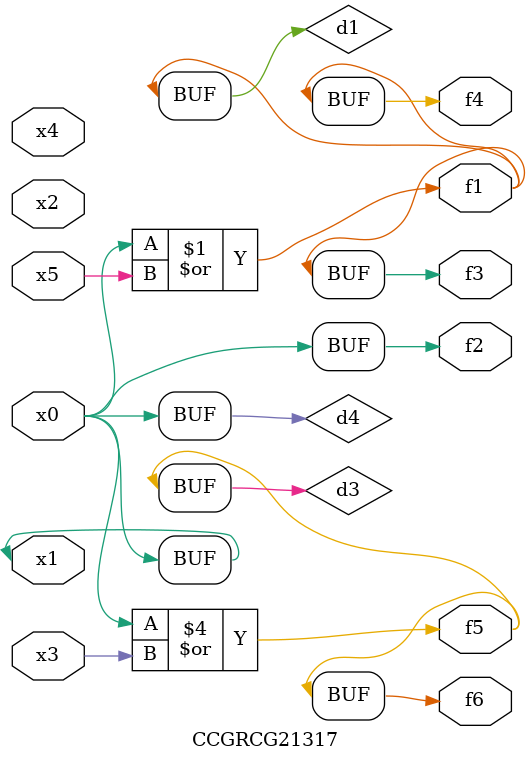
<source format=v>
module CCGRCG21317(
	input x0, x1, x2, x3, x4, x5,
	output f1, f2, f3, f4, f5, f6
);

	wire d1, d2, d3, d4;

	or (d1, x0, x5);
	xnor (d2, x1, x4);
	or (d3, x0, x3);
	buf (d4, x0, x1);
	assign f1 = d1;
	assign f2 = d4;
	assign f3 = d1;
	assign f4 = d1;
	assign f5 = d3;
	assign f6 = d3;
endmodule

</source>
